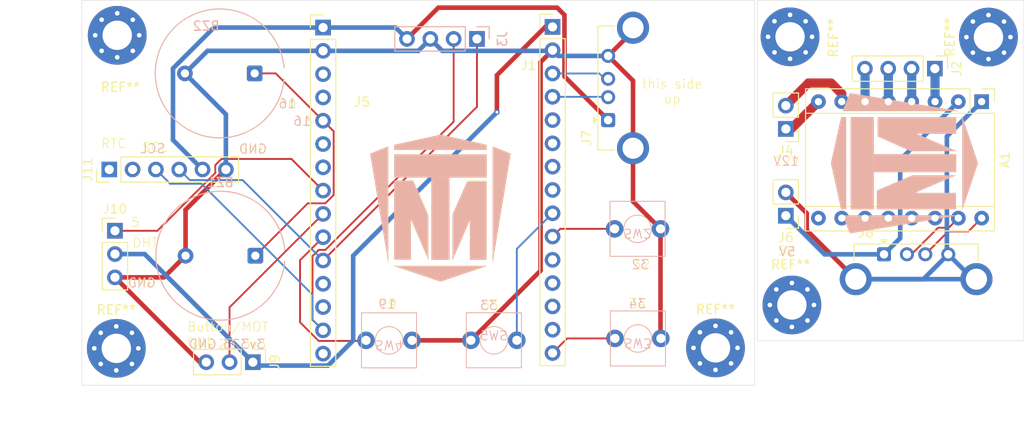
<source format=kicad_pcb>
(kicad_pcb (version 20241229) (generator "pcbnew") (generator_version "9.0")
  (layers (0 "F.Cu" signal) (2 "B.Cu" signal) (13 "F.Paste" user) (15 "B.Paste" user) (5 "F.SilkS" user "F.Silkscreen") (7 "B.SilkS" user "B.Silkscreen") (1 "F.Mask" user) (3 "B.Mask" user) (25 "Edge.Cuts" user))
  (net 0 "")
  (net 2 "Net-(A1-2A)")
  (net 4 "Net-(A1-2B)")
  (net 6 "Net-(A1-1B)")
  (net 8 "Net-(A1-1A)")
  (net 9 "Net-(A1-~{RESET})")
  (net 10 "Net-(A1-DIR)")
  (net 11 "Net-(A1-STEP)")
  (net 12 "BUZ")
  (net 13 "GND")
  (net 15 "+3.3V")
  (net 20 "+5V")
  (net 21 "SCL")
  (net 22 "SDA")
  (net 23 "+12V")
  (net 24 "GND1")
  (net 27 "DIR")
  (net 28 "STEP")
  (net 29 "+5VA")
  (net 30 "GND2")
  (net 31 "B1")
  (net 32 "b2")
  (net 33 "b3")
  (net 34 "b4")
  (net 35 "b5")
  (net 43 "DHT")
  (net 44 "unconnected-(J5-Pin_15-Pad15)")
  (footprint "Connector_USB:USB_A_Connfly_DS1095" (layer "F.Cu") (at 143.81 140.1375)
    (property "Reference" "J8" (at -1.95 -2.35 0) (layer "F.SilkS"))
    (property "Value" "USB_A")
    (fp_line (start -3.26 -1.12) (end -0.3 -1.12) (stroke (width 0.12)) (layer "F.SilkS"))
    (fp_line (start -3.26 0.7) (end -3.26 -1.12) (stroke (width 0.12)) (layer "F.SilkS"))
    (fp_line (start 0.3 -1.12) (end 10.26 -1.12) (stroke (width 0.12)) (layer "F.SilkS"))
    (fp_line (start 10.26 0.7) (end 10.26 -1.12) (stroke (width 0.12)) (layer "F.SilkS"))
    (fp_poly (pts (xy 0 -1.12) (xy -0.34 -1.59) (xy 0.34 -1.59)) (stroke (width 0.12)) (fill yes) (layer "F.SilkS"))
    (pad "1" thru_hole roundrect (at 0 0) (size 1.524 1.524) (drill 0.92) (layers "*.Cu" "*.Mask") (roundrect_rratio 0.1640419948) (net 29 "+5VA"))
    (pad "2" thru_hole circle (at 2.5 0) (size 1.524 1.524) (drill 0.92) (layers "*.Cu" "*.Mask") (net 11 "Net-(A1-STEP)"))
    (pad "3" thru_hole circle (at 4.5 0) (size 1.524 1.524) (drill 0.92) (layers "*.Cu" "*.Mask") (net 10 "Net-(A1-DIR)"))
    (pad "4" thru_hole circle (at 7 0) (size 1.524 1.524) (drill 0.92) (layers "*.Cu" "*.Mask") (net 30 "GND2"))
    (pad "5" thru_hole circle (at -3.07 2.71) (size 3.5 3.5) (drill 2.3) (layers "*.Cu" "*.Mask") (net 30 "GND2"))
    (pad "5" thru_hole circle (at 10.07 2.71) (size 3.5 3.5) (drill 2.3) (layers "*.Cu" "*.Mask") (net 30 "GND2"))
  )
  (footprint "Connector_PinHeader_2.54mm:PinHeader_1x04_P2.54mm_Vertical" (layer "F.Cu") (at 149.35 119.89 -90)
    (property "Reference" "J2" (at 0 -2.38 90) (layer "F.SilkS"))
    (property "Value" "Conn_01x04_Pin")
    (fp_line (start -1.38 9) (end 1.38 9) (stroke (width 0.12)) (layer "F.SilkS"))
    (fp_line (start -1.38 1.27) (end -1.38 9) (stroke (width 0.12)) (layer "F.SilkS"))
    (fp_line (start -1.38 1.27) (end 1.38 1.27) (stroke (width 0.12)) (layer "F.SilkS"))
    (fp_line (start 1.38 1.27) (end 1.38 9) (stroke (width 0.12)) (layer "F.SilkS"))
    (fp_line (start -1.38 0) (end -1.38 -1.38) (stroke (width 0.12)) (layer "F.SilkS"))
    (fp_line (start -1.38 -1.38) (end 0 -1.38) (stroke (width 0.12)) (layer "F.SilkS"))
    (pad "1" thru_hole rect (at 0 0 270) (size 1.7 1.7) (drill 1) (layers "*.Cu" "*.Mask") (net 6 "Net-(A1-1B)"))
    (pad "2" thru_hole circle (at 0 2.54 270) (size 1.7 1.7) (drill 1) (layers "*.Cu" "*.Mask") (net 8 "Net-(A1-1A)"))
    (pad "3" thru_hole circle (at 0 5.08 270) (size 1.7 1.7) (drill 1) (layers "*.Cu" "*.Mask") (net 2 "Net-(A1-2A)"))
    (pad "4" thru_hole circle (at 0 7.62 270) (size 1.7 1.7) (drill 1) (layers "*.Cu" "*.Mask") (net 4 "Net-(A1-2B)"))
  )
  (footprint "Connector_PinHeader_2.54mm:PinHeader_1x15_P2.54mm_Vertical" (layer "F.Cu") (at 107.71 115.34)
    (property "Reference" "J1" (at -2.6 4.18 0) (layer "F.SilkS"))
    (property "Value" "Conn_01x15_Socket")
    (fp_line (start -1.38 -1.38) (end 0 -1.38) (stroke (width 0.12)) (layer "F.SilkS"))
    (fp_line (start -1.38 0) (end -1.38 -1.38) (stroke (width 0.12)) (layer "F.SilkS"))
    (fp_line (start -1.38 1.27) (end -1.38 36.94) (stroke (width 0.12)) (layer "F.SilkS"))
    (fp_line (start -1.38 1.27) (end 1.38 1.27) (stroke (width 0.12)) (layer "F.SilkS"))
    (fp_line (start -1.38 36.94) (end 1.38 36.94) (stroke (width 0.12)) (layer "F.SilkS"))
    (fp_line (start 1.38 1.27) (end 1.38 36.94) (stroke (width 0.12)) (layer "F.SilkS"))
    (pad "1" thru_hole rect (at 0 0) (size 1.7 1.7) (drill 1) (layers "*.Cu" "*.Mask") (net 15 "+3.3V"))
    (pad "2" thru_hole circle (at 0 2.54) (size 1.7 1.7) (drill 1) (layers "*.Cu" "*.Mask") (net 13 "GND"))
    (pad "3" thru_hole circle (at 0 5.08) (size 1.7 1.7) (drill 1) (layers "*.Cu" "*.Mask") (net 28 "STEP"))
    (pad "4" thru_hole circle (at 0 7.62) (size 1.7 1.7) (drill 1) (layers "*.Cu" "*.Mask") (net 27 "DIR"))
    (pad "5" thru_hole circle (at 0 10.16) (size 1.7 1.7) (drill 1) (layers "*.Cu" "*.Mask"))
    (pad "6" thru_hole circle (at 0 12.7) (size 1.7 1.7) (drill 1) (layers "*.Cu" "*.Mask"))
    (pad "7" thru_hole circle (at 0 15.24) (size 1.7 1.7) (drill 1) (layers "*.Cu" "*.Mask"))
    (pad "8" thru_hole circle (at 0 17.78) (size 1.7 1.7) (drill 1) (layers "*.Cu" "*.Mask"))
    (pad "9" thru_hole circle (at 0 20.32) (size 1.7 1.7) (drill 1) (layers "*.Cu" "*.Mask") (net 35 "b5"))
    (pad "10" thru_hole circle (at 0 22.86) (size 1.7 1.7) (drill 1) (layers "*.Cu" "*.Mask") (net 32 "b2"))
    (pad "11" thru_hole circle (at 0 25.4) (size 1.7 1.7) (drill 1) (layers "*.Cu" "*.Mask"))
    (pad "12" thru_hole circle (at 0 27.94) (size 1.7 1.7) (drill 1) (layers "*.Cu" "*.Mask"))
    (pad "13" thru_hole circle (at 0 30.48) (size 1.7 1.7) (drill 1) (layers "*.Cu" "*.Mask"))
    (pad "14" thru_hole circle (at 0 33.02) (size 1.7 1.7) (drill 1) (layers "*.Cu" "*.Mask"))
    (pad "15" thru_hole circle (at 0 35.56) (size 1.7 1.7) (drill 1) (layers "*.Cu" "*.Mask") (net 33 "b3"))
  )
  (footprint "MountingHole:MountingHole_3.2mm_M3_Pad_Via" (layer "F.Cu") (at 125.46 150.34)
    (property "Reference" "REF**" (at 0 -4.2 0) (layer "F.SilkS"))
    (property "Value" "MountingHole_3.2mm_M3_Pad_Via")
    (pad "1" thru_hole circle (at -2.4 0) (size 0.8 0.8) (drill 0.5) (layers "*.Cu" "*.Mask"))
    (pad "1" thru_hole circle (at -1.697056 -1.697056) (size 0.8 0.8) (drill 0.5) (layers "*.Cu" "*.Mask"))
    (pad "1" thru_hole circle (at -1.697056 1.697056) (size 0.8 0.8) (drill 0.5) (layers "*.Cu" "*.Mask"))
    (pad "1" thru_hole circle (at 0 -2.4) (size 0.8 0.8) (drill 0.5) (layers "*.Cu" "*.Mask"))
    (pad "1" thru_hole circle (at 0 0) (size 6.4 6.4) (drill 3.2) (layers "*.Cu" "*.Mask"))
    (pad "1" thru_hole circle (at 0 2.4) (size 0.8 0.8) (drill 0.5) (layers "*.Cu" "*.Mask"))
    (pad "1" thru_hole circle (at 1.697056 -1.697056) (size 0.8 0.8) (drill 0.5) (layers "*.Cu" "*.Mask"))
    (pad "1" thru_hole circle (at 1.697056 1.697056) (size 0.8 0.8) (drill 0.5) (layers "*.Cu" "*.Mask"))
    (pad "1" thru_hole circle (at 2.4 0) (size 0.8 0.8) (drill 0.5) (layers "*.Cu" "*.Mask"))
  )
  (footprint "Connector_PinHeader_2.54mm:PinHeader_1x02_P2.54mm_Vertical" (layer "F.Cu") (at 133.12 126.465 180)
    (property "Reference" "J4" (at 0 -2.38 0) (layer "F.SilkS"))
    (property "Value" "Conn_01x02_Pin")
    (fp_line (start 1.38 1.27) (end 1.38 3.92) (stroke (width 0.12)) (layer "F.SilkS"))
    (fp_line (start -1.38 3.92) (end 1.38 3.92) (stroke (width 0.12)) (layer "F.SilkS"))
    (fp_line (start -1.38 1.27) (end 1.38 1.27) (stroke (width 0.12)) (layer "F.SilkS"))
    (fp_line (start -1.38 1.27) (end -1.38 3.92) (stroke (width 0.12)) (layer "F.SilkS"))
    (fp_line (start -1.38 0) (end -1.38 -1.38) (stroke (width 0.12)) (layer "F.SilkS"))
    (fp_line (start -1.38 -1.38) (end 0 -1.38) (stroke (width 0.12)) (layer "F.SilkS"))
    (pad "1" thru_hole rect (at 0 0 180) (size 1.7 1.7) (drill 1) (layers "*.Cu" "*.Mask") (net 23 "+12V"))
    (pad "2" thru_hole circle (at 0 2.54 180) (size 1.7 1.7) (drill 1) (layers "*.Cu" "*.Mask") (net 24 "GND1"))
  )
  (footprint "MountingHole:MountingHole_3.2mm_M3_Pad_Via" (layer "F.Cu") (at 133.58 116.42 90)
    (property "Reference" "REF**" (at -0.12 4.71 270) (layer "F.SilkS"))
    (property "Value" "MountingHole_3.2mm_M3_Pad_Via")
    (pad "1" thru_hole circle (at -2.4 0 90) (size 0.8 0.8) (drill 0.5) (layers "*.Cu" "*.Mask"))
    (pad "1" thru_hole circle (at -1.697056 -1.697056 90) (size 0.8 0.8) (drill 0.5) (layers "*.Cu" "*.Mask"))
    (pad "1" thru_hole circle (at -1.697056 1.697056 90) (size 0.8 0.8) (drill 0.5) (layers "*.Cu" "*.Mask"))
    (pad "1" thru_hole circle (at 0 -2.4 90) (size 0.8 0.8) (drill 0.5) (layers "*.Cu" "*.Mask"))
    (pad "1" thru_hole circle (at 0 0 90) (size 6.4 6.4) (drill 3.2) (layers "*.Cu" "*.Mask"))
    (pad "1" thru_hole circle (at 0 2.4 90) (size 0.8 0.8) (drill 0.5) (layers "*.Cu" "*.Mask"))
    (pad "1" thru_hole circle (at 1.697056 -1.697056 90) (size 0.8 0.8) (drill 0.5) (layers "*.Cu" "*.Mask"))
    (pad "1" thru_hole circle (at 1.697056 1.697056 90) (size 0.8 0.8) (drill 0.5) (layers "*.Cu" "*.Mask"))
    (pad "1" thru_hole circle (at 2.4 0 90) (size 0.8 0.8) (drill 0.5) (layers "*.Cu" "*.Mask"))
  )
  (footprint "Connector_PinHeader_2.54mm:PinHeader_1x06_P2.54mm_Vertical" (layer "F.Cu") (at 59.43 130.89 90)
    (property "Reference" "J11" (at 0 -2.38 90) (layer "F.SilkS"))
    (property "Value" "Conn_01x06_Pin")
    (fp_line (start -1.38 -1.38) (end 0 -1.38) (stroke (width 0.12)) (layer "F.SilkS"))
    (fp_line (start -1.38 0) (end -1.38 -1.38) (stroke (width 0.12)) (layer "F.SilkS"))
    (fp_line (start 1.38 1.27) (end 1.38 14.08) (stroke (width 0.12)) (layer "F.SilkS"))
    (fp_line (start -1.38 1.27) (end 1.38 1.27) (stroke (width 0.12)) (layer "F.SilkS"))
    (fp_line (start -1.38 1.27) (end -1.38 14.08) (stroke (width 0.12)) (layer "F.SilkS"))
    (fp_line (start -1.38 14.08) (end 1.38 14.08) (stroke (width 0.12)) (layer "F.SilkS"))
    (pad "1" thru_hole rect (at 0 0 90) (size 1.7 1.7) (drill 1) (layers "*.Cu" "*.Mask"))
    (pad "2" thru_hole circle (at 0 2.54 90) (size 1.7 1.7) (drill 1) (layers "*.Cu" "*.Mask"))
    (pad "3" thru_hole circle (at 0 5.08 90) (size 1.7 1.7) (drill 1) (layers "*.Cu" "*.Mask") (net 21 "SCL"))
    (pad "4" thru_hole circle (at 0 7.62 90) (size 1.7 1.7) (drill 1) (layers "*.Cu" "*.Mask") (net 22 "SDA"))
    (pad "5" thru_hole circle (at 0 10.16 90) (size 1.7 1.7) (drill 1) (layers "*.Cu" "*.Mask") (net 20 "+5V"))
    (pad "6" thru_hole circle (at 0 12.7 90) (size 1.7 1.7) (drill 1) (layers "*.Cu" "*.Mask") (net 13 "GND"))
  )
  (footprint "MountingHole:MountingHole_3.2mm_M3_Pad_Via" (layer "F.Cu") (at 60.297056 116.252944)
    (property "Reference" "REF**" (at 0.342944 5.657056 0) (layer "F.SilkS"))
    (property "Value" "MountingHole_3.2mm_M3_Pad_Via")
    (pad "1" thru_hole circle (at -2.4 0) (size 0.8 0.8) (drill 0.5) (layers "*.Cu" "*.Mask"))
    (pad "1" thru_hole circle (at -1.697056 -1.697056) (size 0.8 0.8) (drill 0.5) (layers "*.Cu" "*.Mask"))
    (pad "1" thru_hole circle (at -1.697056 1.697056) (size 0.8 0.8) (drill 0.5) (layers "*.Cu" "*.Mask"))
    (pad "1" thru_hole circle (at 0 -2.4) (size 0.8 0.8) (drill 0.5) (layers "*.Cu" "*.Mask"))
    (pad "1" thru_hole circle (at 0 0) (size 6.4 6.4) (drill 3.2) (layers "*.Cu" "*.Mask"))
    (pad "1" thru_hole circle (at 0 2.4) (size 0.8 0.8) (drill 0.5) (layers "*.Cu" "*.Mask"))
    (pad "1" thru_hole circle (at 1.697056 -1.697056) (size 0.8 0.8) (drill 0.5) (layers "*.Cu" "*.Mask"))
    (pad "1" thru_hole circle (at 1.697056 1.697056) (size 0.8 0.8) (drill 0.5) (layers "*.Cu" "*.Mask"))
    (pad "1" thru_hole circle (at 2.4 0) (size 0.8 0.8) (drill 0.5) (layers "*.Cu" "*.Mask"))
  )
  (footprint "Connector_PinHeader_2.54mm:PinHeader_1x03_P2.54mm_Vertical" (layer "F.Cu") (at 75.07 151.9 -90)
    (property "Reference" "J9" (at 0 -2.38 90) (layer "F.SilkS"))
    (property "Value" "Conn_01x03_Pin")
    (fp_line (start -1.38 6.46) (end 1.38 6.46) (stroke (width 0.12)) (layer "F.SilkS"))
    (fp_line (start -1.38 1.27) (end -1.38 6.46) (stroke (width 0.12)) (layer "F.SilkS"))
    (fp_line (start -1.38 1.27) (end 1.38 1.27) (stroke (width 0.12)) (layer "F.SilkS"))
    (fp_line (start 1.38 1.27) (end 1.38 6.46) (stroke (width 0.12)) (layer "F.SilkS"))
    (fp_line (start -1.38 0) (end -1.38 -1.38) (stroke (width 0.12)) (layer "F.SilkS"))
    (fp_line (start -1.38 -1.38) (end 0 -1.38) (stroke (width 0.12)) (layer "F.SilkS"))
    (pad "1" thru_hole rect (at 0 0 270) (size 1.7 1.7) (drill 1) (layers "*.Cu" "*.Mask") (net 15 "+3.3V"))
    (pad "2" thru_hole circle (at 0 2.54 270) (size 1.7 1.7) (drill 1) (layers "*.Cu" "*.Mask") (net 31 "B1"))
    (pad "3" thru_hole circle (at 0 5.08 270) (size 1.7 1.7) (drill 1) (layers "*.Cu" "*.Mask") (net 13 "GND"))
  )
  (footprint "Connector_PinHeader_2.54mm:PinHeader_1x03_P2.54mm_Vertical" (layer "F.Cu") (at 60.05 137.57)
    (property "Reference" "J10" (at 0 -2.38 0) (layer "F.SilkS"))
    (property "Value" "Conn_01x03_Pin")
    (fp_line (start -1.38 -1.38) (end 0 -1.38) (stroke (width 0.12)) (layer "F.SilkS"))
    (fp_line (start -1.38 0) (end -1.38 -1.38) (stroke (width 0.12)) (layer "F.SilkS"))
    (fp_line (start -1.38 1.27) (end -1.38 6.46) (stroke (width 0.12)) (layer "F.SilkS"))
    (fp_line (start -1.38 1.27) (end 1.38 1.27) (stroke (width 0.12)) (layer "F.SilkS"))
    (fp_line (start -1.38 6.46) (end 1.38 6.46) (stroke (width 0.12)) (layer "F.SilkS"))
    (fp_line (start 1.38 1.27) (end 1.38 6.46) (stroke (width 0.12)) (layer "F.SilkS"))
    (pad "1" thru_hole rect (at 0 0) (size 1.7 1.7) (drill 1) (layers "*.Cu" "*.Mask") (net 43 "DHT"))
    (pad "2" thru_hole circle (at 0 2.54) (size 1.7 1.7) (drill 1) (layers "*.Cu" "*.Mask") (net 15 "+3.3V"))
    (pad "3" thru_hole circle (at 0 5.08) (size 1.7 1.7) (drill 1) (layers "*.Cu" "*.Mask") (net 13 "GND"))
  )
  (footprint "Module:Pololu_Breakout-16_15.2x20.3mm" (layer "F.Cu") (at 154.45 123.49 -90)
    (property "Reference" "A1" (at 6.35 -2.54 90) (layer "F.SilkS"))
    (property "Value" "Pololu_Breakout_A4988")
    (fp_line (start -1.4 19.18) (end 14.1 19.18) (stroke (width 0.12)) (layer "F.SilkS"))
    (fp_line (start 14.1 19.18) (end 14.1 -1.4) (stroke (width 0.12)) (layer "F.SilkS"))
    (fp_line (start -1.4 1.27) (end -1.4 19.18) (stroke (width 0.12)) (layer "F.SilkS"))
    (fp_line (start 1.27 1.27) (end 1.27 19.18) (stroke (width 0.12)) (layer "F.SilkS"))
    (fp_line (start 1.27 1.27) (end -1.4 1.27) (stroke (width 0.12)) (layer "F.SilkS"))
    (fp_line (start -1.4 -1.4) (end -1.4 0) (stroke (width 0.12)) (layer "F.SilkS"))
    (fp_line (start 0 -1.4) (end -1.4 -1.4) (stroke (width 0.12)) (layer "F.SilkS"))
    (fp_line (start 1.27 -1.4) (end 1.27 1.27) (stroke (width 0.12)) (layer "F.SilkS"))
    (fp_line (start 11.43 -1.4) (end 11.43 19.18) (stroke (width 0.12)) (layer "F.SilkS"))
    (fp_line (start 14.1 -1.4) (end 1.27 -1.4) (stroke (width 0.12)) (layer "F.SilkS"))
    (pad "1" thru_hole rect (at 0 0 270) (size 1.6 1.6) (drill 0.8) (layers "*.Cu" "*.Mask") (net 30 "GND2"))
    (pad "2" thru_hole oval (at 0 2.54 270) (size 1.6 1.6) (drill 0.8) (layers "*.Cu" "*.Mask") (net 29 "+5VA"))
    (pad "3" thru_hole oval (at 0 5.08 270) (size 1.6 1.6) (drill 0.8) (layers "*.Cu" "*.Mask") (net 6 "Net-(A1-1B)"))
    (pad "4" thru_hole oval (at 0 7.62 270) (size 1.6 1.6) (drill 0.8) (layers "*.Cu" "*.Mask") (net 8 "Net-(A1-1A)"))
    (pad "5" thru_hole oval (at 0 10.16 270) (size 1.6 1.6) (drill 0.8) (layers "*.Cu" "*.Mask") (net 2 "Net-(A1-2A)"))
    (pad "6" thru_hole oval (at 0 12.7 270) (size 1.6 1.6) (drill 0.8) (layers "*.Cu" "*.Mask") (net 4 "Net-(A1-2B)"))
    (pad "7" thru_hole oval (at 0 15.24 270) (size 1.6 1.6) (drill 0.8) (layers "*.Cu" "*.Mask") (net 24 "GND1"))
    (pad "8" thru_hole oval (at 0 17.78 270) (size 1.6 1.6) (drill 0.8) (layers "*.Cu" "*.Mask") (net 23 "+12V"))
    (pad "9" thru_hole oval (at 12.7 17.78 270) (size 1.6 1.6) (drill 0.8) (layers "*.Cu" "*.Mask"))
    (pad "10" thru_hole oval (at 12.7 15.24 270) (size 1.6 1.6) (drill 0.8) (layers "*.Cu" "*.Mask"))
    (pad "11" thru_hole oval (at 12.7 12.7 270) (size 1.6 1.6) (drill 0.8) (layers "*.Cu" "*.Mask"))
    (pad "12" thru_hole oval (at 12.7 10.16 270) (size 1.6 1.6) (drill 0.8) (layers "*.Cu" "*.Mask"))
    (pad "13" thru_hole oval (at 12.7 7.62 270) (size 1.6 1.6) (drill 0.8) (layers "*.Cu" "*.Mask") (net 9 "Net-(A1-~{RESET})"))
    (pad "14" thru_hole oval (at 12.7 5.08 270) (size 1.6 1.6) (drill 0.8) (layers "*.Cu" "*.Mask") (net 9 "Net-(A1-~{RESET})"))
    (pad "15" thru_hole oval (at 12.7 2.54 270) (size 1.6 1.6) (drill 0.8) (layers "*.Cu" "*.Mask") (net 11 "Net-(A1-STEP)"))
    (pad "16" thru_hole oval (at 12.7 0 270) (size 1.6 1.6) (drill 0.8) (layers "*.Cu" "*.Mask") (net 10 "Net-(A1-DIR)"))
  )
  (footprint "Connector_PinHeader_2.54mm:PinHeader_1x02_P2.54mm_Vertical" (layer "F.Cu") (at 133.12 135.925 180)
    (property "Reference" "J6" (at 0 -2.38 0) (layer "F.SilkS"))
    (property "Value" "Conn_01x02_Pin")
    (fp_line (start 1.38 1.27) (end 1.38 3.92) (stroke (width 0.12)) (layer "F.SilkS"))
    (fp_line (start -1.38 3.92) (end 1.38 3.92) (stroke (width 0.12)) (layer "F.SilkS"))
    (fp_line (start -1.38 1.27) (end 1.38 1.27) (stroke (width 0.12)) (layer "F.SilkS"))
    (fp_line (start -1.38 1.27) (end -1.38 3.92) (stroke (width 0.12)) (layer "F.SilkS"))
    (fp_line (start -1.38 0) (end -1.38 -1.38) (stroke (width 0.12)) (layer "F.SilkS"))
    (fp_line (start -1.38 -1.38) (end 0 -1.38) (stroke (width 0.12)) (layer "F.SilkS"))
    (pad "1" thru_hole rect (at 0 0 180) (size 1.7 1.7) (drill 1) (layers "*.Cu" "*.Mask") (net 29 "+5VA"))
    (pad "2" thru_hole circle (at 0 2.54 180) (size 1.7 1.7) (drill 1) (layers "*.Cu" "*.Mask") (net 30 "GND2"))
  )
  (footprint "Connector_PinHeader_2.54mm:PinHeader_1x15_P2.54mm_Vertical" (layer "F.Cu") (at 82.72 115.41)
    (property "Reference" "J5" (at 4.24 8.11 0) (layer "F.SilkS"))
    (property "Value" "Conn_01x15_Socket")
    (fp_line (start -1.38 -1.38) (end 0 -1.38) (stroke (width 0.12)) (layer "F.SilkS"))
    (fp_line (start -1.38 0) (end -1.38 -1.38) (stroke (width 0.12)) (layer "F.SilkS"))
    (fp_line (start -1.38 1.27) (end -1.38 36.94) (stroke (width 0.12)) (layer "F.SilkS"))
    (fp_line (start -1.38 1.27) (end 1.38 1.27) (stroke (width 0.12)) (layer "F.SilkS"))
    (fp_line (start -1.38 36.94) (end 1.38 36.94) (stroke (width 0.12)) (layer "F.SilkS"))
    (fp_line (start 1.38 1.27) (end 1.38 36.94) (stroke (width 0.12)) (layer "F.SilkS"))
    (pad "1" thru_hole rect (at 0 0) (size 1.7 1.7) (drill 1) (layers "*.Cu" "*.Mask") (net 20 "+5V"))
    (pad "2" thru_hole circle (at 0 2.54) (size 1.7 1.7) (drill 1) (layers "*.Cu" "*.Mask") (net 13 "GND"))
    (pad "3" thru_hole circle (at 0 5.08) (size 1.7 1.7) (drill 1) (layers "*.Cu" "*.Mask"))
    (pad "4" thru_hole circle (at 0 7.62) (size 1.7 1.7) (drill 1) (layers "*.Cu" "*.Mask"))
    (pad "5" thru_hole circle (at 0 10.16) (size 1.7 1.7) (drill 1) (layers "*.Cu" "*.Mask") (net 12 "BUZ"))
    (pad "6" thru_hole circle (at 0 12.7) (size 1.7 1.7) (drill 1) (layers "*.Cu" "*.Mask"))
    (pad "7" thru_hole circle (at 0 15.24) (size 1.7 1.7) (drill 1) (layers "*.Cu" "*.Mask"))
    (pad "8" thru_hole circle (at 0 17.78) (size 1.7 1.7) (drill 1) (layers "*.Cu" "*.Mask") (net 43 "DHT"))
    (pad "9" thru_hole circle (at 0 20.32) (size 1.7 1.7) (drill 1) (layers "*.Cu" "*.Mask") (net 31 "B1"))
    (pad "10" thru_hole circle (at 0 22.86) (size 1.7 1.7) (drill 1) (layers "*.Cu" "*.Mask") (net 34 "b4"))
    (pad "11" thru_hole circle (at 0 25.4) (size 1.7 1.7) (drill 1) (layers "*.Cu" "*.Mask") (net 22 "SDA"))
    (pad "12" thru_hole circle (at 0 27.94) (size 1.7 1.7) (drill 1) (layers "*.Cu" "*.Mask"))
    (pad "13" thru_hole circle (at 0 30.48) (size 1.7 1.7) (drill 1) (layers "*.Cu" "*.Mask"))
    (pad "14" thru_hole circle (at 0 33.02) (size 1.7 1.7) (drill 1) (layers "*.Cu" "*.Mask") (net 21 "SCL"))
    (pad "15" thru_hole circle (at 0 35.56) (size 1.7 1.7) (drill 1) (layers "*.Cu" "*.Mask") (net 44 "unconnected-(J5-Pin_15-Pad15)"))
  )
  (footprint "MountingHole:MountingHole_3.2mm_M3_Pad_Via" (layer "F.Cu") (at 60.197056 150.392944)
    (property "Reference" "REF**" (at 0 -4.2 0) (layer "F.SilkS"))
    (property "Value" "MountingHole_3.2mm_M3_Pad_Via")
    (pad "1" thru_hole circle (at -2.4 0) (size 0.8 0.8) (drill 0.5) (layers "*.Cu" "*.Mask"))
    (pad "1" thru_hole circle (at -1.697056 -1.697056) (size 0.8 0.8) (drill 0.5) (layers "*.Cu" "*.Mask"))
    (pad "1" thru_hole circle (at -1.697056 1.697056) (size 0.8 0.8) (drill 0.5) (layers "*.Cu" "*.Mask"))
    (pad "1" thru_hole circle (at 0 -2.4) (size 0.8 0.8) (drill 0.5) (layers "*.Cu" "*.Mask"))
    (pad "1" thru_hole circle (at 0 0) (size 6.4 6.4) (drill 3.2) (layers "*.Cu" "*.Mask"))
    (pad "1" thru_hole circle (at 0 2.4) (size 0.8 0.8) (drill 0.5) (layers "*.Cu" "*.Mask"))
    (pad "1" thru_hole circle (at 1.697056 -1.697056) (size 0.8 0.8) (drill 0.5) (layers "*.Cu" "*.Mask"))
    (pad "1" thru_hole circle (at 1.697056 1.697056) (size 0.8 0.8) (drill 0.5) (layers "*.Cu" "*.Mask"))
    (pad "1" thru_hole circle (at 2.4 0) (size 0.8 0.8) (drill 0.5) (layers "*.Cu" "*.Mask"))
  )
  (footprint "Connector_USB:USB_A_Connfly_DS1095" (layer "F.Cu") (at 113.7675 125.5 90)
    (property "Reference" "J7" (at -1.95 -2.35 90) (layer "F.SilkS"))
    (property "Value" "USB_A")
    (fp_line (start 0.3 -1.12) (end 10.26 -1.12) (stroke (width 0.12)) (layer "F.SilkS"))
    (fp_line (start -3.26 -1.12) (end -0.3 -1.12) (stroke (width 0.12)) (layer "F.SilkS"))
    (fp_line (start 10.26 0.7) (end 10.26 -1.12) (stroke (width 0.12)) (layer "F.SilkS"))
    (fp_line (start -3.26 0.7) (end -3.26 -1.12) (stroke (width 0.12)) (layer "F.SilkS"))
    (fp_poly (pts (xy 0 -1.12) (xy -0.34 -1.59) (xy 0.34 -1.59)) (stroke (width 0.12)) (fill yes) (layer "F.SilkS"))
    (pad "1" thru_hole roundrect (at 0 0 90) (size 1.524 1.524) (drill 0.92) (layers "*.Cu" "*.Mask") (roundrect_rratio 0.1640419948) (net 20 "+5V"))
    (pad "2" thru_hole circle (at 2.5 0 90) (size 1.524 1.524) (drill 0.92) (layers "*.Cu" "*.Mask") (net 27 "DIR"))
    (pad "3" thru_hole circle (at 4.5 0 90) (size 1.524 1.524) (drill 0.92) (layers "*.Cu" "*.Mask") (net 28 "STEP"))
    (pad "4" thru_hole circle (at 7 0 90) (size 1.524 1.524) (drill 0.92) (layers "*.Cu" "*.Mask") (net 13 "GND"))
    (pad "5" thru_hole circle (at -3.07 2.71 90) (size 3.5 3.5) (drill 2.3) (layers "*.Cu" "*.Mask") (net 13 "GND"))
    (pad "5" thru_hole circle (at 10.07 2.71 90) (size 3.5 3.5) (drill 2.3) (layers "*.Cu" "*.Mask") (net 13 "GND"))
  )
  (footprint "MountingHole:MountingHole_3.2mm_M3_Pad_Via" (layer "F.Cu") (at 133.78 145.66 90)
    (property "Reference" "REF**" (at 4.41 -0.14 180) (layer "F.SilkS"))
    (property "Value" "MountingHole_3.2mm_M3_Pad_Via")
    (pad "1" thru_hole circle (at -2.4 0 90) (size 0.8 0.8) (drill 0.5) (layers "*.Cu" "*.Mask"))
    (pad "1" thru_hole circle (at -1.697056 -1.697056 90) (size 0.8 0.8) (drill 0.5) (layers "*.Cu" "*.Mask"))
    (pad "1" thru_hole circle (at -1.697056 1.697056 90) (size 0.8 0.8) (drill 0.5) (layers "*.Cu" "*.Mask"))
    (pad "1" thru_hole circle (at 0 -2.4 90) (size 0.8 0.8) (drill 0.5) (layers "*.Cu" "*.Mask"))
    (pad "1" thru_hole circle (at 0 0 90) (size 6.4 6.4) (drill 3.2) (layers "*.Cu" "*.Mask"))
    (pad "1" thru_hole circle (at 0 2.4 90) (size 0.8 0.8) (drill 0.5) (layers "*.Cu" "*.Mask"))
    (pad "1" thru_hole circle (at 1.697056 -1.697056 90) (size 0.8 0.8) (drill 0.5) (layers "*.Cu" "*.Mask"))
    (pad "1" thru_hole circle (at 1.697056 1.697056 90) (size 0.8 0.8) (drill 0.5) (layers "*.Cu" "*.Mask"))
    (pad "1" thru_hole circle (at 2.4 0 90) (size 0.8 0.8) (drill 0.5) (layers "*.Cu" "*.Mask"))
  )
  (footprint "MountingHole:MountingHole_3.2mm_M3_Pad_Via" (layer "F.Cu") (at 155.19 116.45 90)
    (property "Reference" "REF**" (at 0 -4.2 90) (layer "F.SilkS"))
    (property "Value" "MountingHole_3.2mm_M3_Pad_Via")
    (pad "1" thru_hole circle (at -2.4 0 90) (size 0.8 0.8) (drill 0.5) (layers "*.Cu" "*.Mask"))
    (pad "1" thru_hole circle (at -1.697056 -1.697056 90) (size 0.8 0.8) (drill 0.5) (layers "*.Cu" "*.Mask"))
    (pad "1" thru_hole circle (at -1.697056 1.697056 90) (size 0.8 0.8) (drill 0.5) (layers "*.Cu" "*.Mask"))
    (pad "1" thru_hole circle (at 0 -2.4 90) (size 0.8 0.8) (drill 0.5) (layers "*.Cu" "*.Mask"))
    (pad "1" thru_hole circle (at 0 0 90) (size 6.4 6.4) (drill 3.2) (layers "*.Cu" "*.Mask"))
    (pad "1" thru_hole circle (at 0 2.4 90) (size 0.8 0.8) (drill 0.5) (layers "*.Cu" "*.Mask"))
    (pad "1" thru_hole circle (at 1.697056 -1.697056 90) (size 0.8 0.8) (drill 0.5) (layers "*.Cu" "*.Mask"))
    (pad "1" thru_hole circle (at 1.697056 1.697056 90) (size 0.8 0.8) (drill 0.5) (layers "*.Cu" "*.Mask"))
    (pad "1" thru_hole circle (at 2.4 0 90) (size 0.8 0.8) (drill 0.5) (layers "*.Cu" "*.Mask"))
  )
  (footprint "Connector_PinSocket_2.54mm:PinSocket_1x04_P2.54mm_Vertical" (layer "B.Cu") (at 99.48 116.65 90)
    (property "Reference" "J3" (at 0 2.77 90) (layer "B.SilkS") (effects (justify mirror)))
    (property "Value" "Conn_01x04_Socket")
    (fp_line (start -1.33 -8.95) (end 1.33 -8.95) (stroke (width 0.12)) (layer "B.SilkS"))
    (fp_line (start 1.33 -1.27) (end 1.33 -8.95) (stroke (width 0.12)) (layer "B.SilkS"))
    (fp_line (start -1.33 -1.27) (end -1.33 -8.95) (stroke (width 0.12)) (layer "B.SilkS"))
    (fp_line (start -1.33 -1.27) (end 1.33 -1.27) (stroke (width 0.12)) (layer "B.SilkS"))
    (fp_line (start 1.33 1.33) (end 1.33 0) (stroke (width 0.12)) (layer "B.SilkS"))
    (fp_line (start 0 1.33) (end 1.33 1.33) (stroke (width 0.12)) (layer "B.SilkS"))
    (pad "1" thru_hole rect (at 0 0 90) (size 1.7 1.7) (drill 1) (layers "*.Cu" "*.Mask") (net 22 "SDA"))
    (pad "2" thru_hole circle (at 0 -2.54 90) (size 1.7 1.7) (drill 1) (layers "*.Cu" "*.Mask") (net 21 "SCL"))
    (pad "3" thru_hole circle (at 0 -5.08 90) (size 1.7 1.7) (drill 1) (layers "*.Cu" "*.Mask") (net 13 "GND"))
    (pad "4" thru_hole circle (at 0 -7.62 90) (size 1.7 1.7) (drill 1) (layers "*.Cu" "*.Mask") (net 20 "+5V"))
  )
  (footprint "Buzzer_Beeper:Indicator_PUI_AI-1440-TWT-24V-2-R" (layer "B.Cu") (at 75.34 140.29 180)
    (property "Reference" "BZ1" (at 3.8 8 0) (layer "B.SilkS") (effects (justify mirror)))
    (property "Value" "Buzzer")
    (fp_arc (start -3.200448 -0.60988) (mid 10.826964 -0.00257) (end -3.2 0.615) (stroke (width 0.12)) (layer "B.SilkS"))
    (pad "1" thru_hole roundrect (at 0 0 180) (size 1.7 1.7) (drill 0.9) (layers "*.Cu" "*.Mask") (roundrect_rratio 0.147) (net 12 "BUZ"))
    (pad "2" thru_hole circle (at 7.6 0 180) (size 1.7 1.7) (drill 0.9) (layers "*.Cu" "*.Mask") (net 13 "GND"))
  )
  (footprint "Taranium-libs:Button-6mm-2pin-tht" (layer "B.Cu") (at 89.9 149.52)
    (property "Reference" "SW4" (at 0 0.5 180) (layer "B.SilkS") (effects (font (thickness 0.1)) (justify mirror)))
    (property "Value" "SW_Push")
    (fp_rect (start -3 3) (end 3 -3) (stroke (width 0.1)) (fill no) (layer "B.SilkS"))
    (fp_circle (center 0 0) (end -1.5 0) (stroke (width 0.1)) (fill no) (layer "B.SilkS"))
    (pad "1" thru_hole circle (at 2.5 0) (size 1.905 1.905) (drill 1) (layers "*.Cu" "B.Mask" "B.Paste") (net 13 "GND"))
    (pad "2" thru_hole circle (at -2.5 0) (size 1.905 1.905) (drill 1) (layers "*.Cu" "B.Mask" "B.Paste") (net 34 "b4"))
  )
  (footprint "Taranium-libs:Button-6mm-2pin-tht" (layer "B.Cu") (at 101.32 149.51 180)
    (property "Reference" "SW5" (at 0 0.5 0) (layer "B.SilkS") (effects (font (thickness 0.1)) (justify mirror)))
    (property "Value" "SW_Push")
    (fp_rect (start -3 3) (end 3 -3) (stroke (width 0.1)) (fill no) (layer "B.SilkS"))
    (fp_circle (center 0 0) (end -1.5 0) (stroke (width 0.1)) (fill no) (layer "B.SilkS"))
    (pad "1" thru_hole circle (at 2.5 0 180) (size 1.905 1.905) (drill 1) (layers "*.Cu" "B.Mask" "B.Paste") (net 13 "GND"))
    (pad "2" thru_hole circle (at -2.5 0 180) (size 1.905 1.905) (drill 1) (layers "*.Cu" "B.Mask" "B.Paste") (net 35 "b5"))
  )
  (footprint "Taranium-libs:Button-6mm-2pin-tht" (layer "B.Cu") (at 116.97 137.36)
    (property "Reference" "SW2" (at 0 0.5 180) (layer "B.SilkS") (effects (font (thickness 0.1)) (justify mirror)))
    (property "Value" "SW_Push")
    (fp_rect (start -3 3) (end 3 -3) (stroke (width 0.1)) (fill no) (layer "B.SilkS"))
    (fp_circle (center 0 0) (end -1.5 0) (stroke (width 0.1)) (fill no) (layer "B.SilkS"))
    (pad "1" thru_hole circle (at 2.5 0) (size 1.905 1.905) (drill 1) (layers "*.Cu" "B.Mask" "B.Paste") (net 13 "GND"))
    (pad "2" thru_hole circle (at -2.5 0) (size 1.905 1.905) (drill 1) (layers "*.Cu" "B.Mask" "B.Paste") (net 32 "b2"))
  )
  (footprint "Taranium-libs:Button-6mm-2pin-tht" (layer "B.Cu") (at 117.01 149.31)
    (property "Reference" "SW3" (at 0 0.5 180) (layer "B.SilkS") (effects (font (thickness 0.1)) (justify mirror)))
    (property "Value" "SW_Push")
    (fp_rect (start -3 3) (end 3 -3) (stroke (width 0.1)) (fill no) (layer "B.SilkS"))
    (fp_circle (center 0 0) (end -1.5 0) (stroke (width 0.1)) (fill no) (layer "B.SilkS"))
    (pad "1" thru_hole circle (at 2.5 0) (size 1.905 1.905) (drill 1) (layers "*.Cu" "B.Mask" "B.Paste") (net 13 "GND"))
    (pad "2" thru_hole circle (at -2.5 0) (size 1.905 1.905) (drill 1) (layers "*.Cu" "B.Mask" "B.Paste") (net 33 "b3"))
  )
  (footprint "Buzzer_Beeper:Indicator_PUI_AI-1440-TWT-24V-2-R" (layer "B.Cu") (at 75.27 120.41 180)
    (property "Reference" "BZ2" (at 5.28 5.17 0) (layer "B.SilkS") (effects (justify mirror)))
    (property "Value" "Buzzer")
    (fp_arc (start -3.200448 -0.60988) (mid 10.826964 -0.00257) (end -3.2 0.615) (stroke (width 0.12)) (layer "B.SilkS"))
    (pad "1" thru_hole roundrect (at 0 0 180) (size 1.7 1.7) (drill 0.9) (layers "*.Cu" "*.Mask") (roundrect_rratio 0.147) (net 12 "BUZ"))
    (pad "2" thru_hole circle (at 7.6 0 180) (size 1.7 1.7) (drill 0.9) (layers "*.Cu" "*.Mask") (net 13 "GND"))
  )
  (gr_poly (pts (xy 92.298295 140.742867) (xy 90.476956 140.742867) (xy 90.476956 132.166874) (xy 92.298295 132.166874)) (fill yes) (layer "F.SilkS"))
  (gr_poly (pts (xy 100.542501 128.194354) (xy 100.542501 128.75375) (xy 90.461875 128.75375) (xy 90.461875 128.194354) (xy 95.502188 127.086875)) (fill yes) (layer "F.SilkS"))
  (gr_poly (pts (xy 94.192501 135.771849) (xy 94.192501 140.81875) (xy 90.461875 132.17609) (xy 92.589681 132.17609)) (fill yes) (layer "F.SilkS"))
  (gr_poly (pts (xy 96.811875 140.739375) (xy 96.811875 135.965444) (xy 98.471924 132.087499) (xy 100.532181 132.087499)) (fill yes) (layer "F.SilkS"))
  (gr_poly (pts (xy 89.826875 141.136249) (xy 87.842501 129.151029) (xy 89.826875 128.356875)) (fill yes) (layer "F.SilkS"))
  (gr_poly (pts (xy 103.161875 129.151029) (xy 101.177499 141.136249) (xy 101.177499 128.356875)) (fill yes) (layer "F.SilkS"))
  (gr_poly (pts (xy 95.502188 143.120623) (xy 90.380992 141.394218) (xy 100.623383 141.394218)) (fill yes) (layer "F.SilkS"))
  (gr_poly (pts (xy 100.542501 140.713894) (xy 98.726241 140.713894) (xy 98.726241 132.128743) (xy 100.542501 132.128743)) (fill yes) (layer "F.SilkS"))
  (gr_poly (pts (xy 100.542501 131.77) (xy 90.461875 131.77) (xy 90.461875 129.23) (xy 100.542501 129.23)) (fill yes) (layer "F.SilkS"))
  (gr_poly (pts (xy 96.494376 140.739375) (xy 94.51 140.739375) (xy 94.51 131.77) (xy 96.494376 131.77)) (fill yes) (layer "F.SilkS"))
  (gr_poly (pts (xy 151.679375 131.194376) (xy 151.679375 129.21) (xy 142.71 129.21) (xy 142.71 131.194376)) (fill yes) (layer "B.SilkS"))
  (gr_poly (pts (xy 90.461875 128.194354) (xy 90.461875 128.75375) (xy 100.542501 128.75375) (xy 100.542501 128.194354) (xy 95.502188 127.086875)) (fill yes) (layer "B.SilkS"))
  (gr_poly (pts (xy 151.679375 131.511875) (xy 146.905444 131.511875) (xy 143.027499 133.171924) (xy 143.027499 135.232181)) (fill yes) (layer "B.SilkS"))
  (gr_poly (pts (xy 152.076249 124.526875) (xy 140.091029 122.542501) (xy 139.296875 124.526875)) (fill yes) (layer "B.SilkS"))
  (gr_poly (pts (xy 154.060623 130.202188) (xy 152.334218 125.080992) (xy 152.334218 135.323383)) (fill yes) (layer "B.SilkS"))
  (gr_poly (pts (xy 139.134354 135.242501) (xy 139.69375 135.242501) (xy 139.69375 125.161875) (xy 139.134354 125.161875) (xy 138.026875 130.202188)) (fill yes) (layer "B.SilkS"))
  (gr_poly (pts (xy 95.502188 143.120623) (xy 100.623384 141.394218) (xy 90.380993 141.394218)) (fill yes) (layer "B.SilkS"))
  (gr_poly (pts (xy 96.811875 135.771849) (xy 96.811875 140.81875) (xy 100.542501 132.17609) (xy 98.414695 132.17609)) (fill yes) (layer "B.SilkS"))
  (gr_poly (pts (xy 90.461875 131.77) (xy 100.542501 131.77) (xy 100.542501 129.23) (xy 90.461875 129.23)) (fill yes) (layer "B.SilkS"))
  (gr_poly (pts (xy 146.711849 128.892501) (xy 151.75875 128.892501) (xy 143.11609 125.161875) (xy 143.11609 127.289681)) (fill yes) (layer "B.SilkS"))
  (gr_poly (pts (xy 90.461875 140.713894) (xy 92.278135 140.713894) (xy 92.278135 132.128743) (xy 90.461875 132.128743)) (fill yes) (layer "B.SilkS"))
  (gr_poly (pts (xy 87.842501 129.151029) (xy 89.826877 141.136249) (xy 89.826877 128.356875)) (fill yes) (layer "B.SilkS"))
  (gr_poly (pts (xy 98.706081 140.742867) (xy 100.52742 140.742867) (xy 100.52742 132.166874) (xy 98.706081 132.166874)) (fill yes) (layer "B.SilkS"))
  (gr_poly (pts (xy 151.653894 135.242501) (xy 151.653894 133.426241) (xy 143.068743 133.426241) (xy 143.068743 135.242501)) (fill yes) (layer "B.SilkS"))
  (gr_poly (pts (xy 94.51 140.739375) (xy 96.494376 140.739375) (xy 96.494376 131.77) (xy 94.51 131.77)) (fill yes) (layer "B.SilkS"))
  (gr_poly (pts (xy 142.71 135.242501) (xy 142.71 125.161875) (xy 140.17 125.161875) (xy 140.17 135.242501)) (fill yes) (layer "B.SilkS"))
  (gr_poly (pts (xy 151.682867 126.998295) (xy 151.682867 125.176956) (xy 143.106874 125.176956) (xy 143.106874 126.998295)) (fill yes) (layer "B.SilkS"))
  (gr_poly (pts (xy 140.091029 137.861875) (xy 152.076249 135.877499) (xy 139.296875 135.877499)) (fill yes) (layer "B.SilkS"))
  (gr_poly (pts (xy 94.192501 140.739375) (xy 94.192501 135.965444) (xy 92.532452 132.087499) (xy 90.472195 132.087499)) (fill yes) (layer "B.SilkS"))
  (gr_poly (pts (xy 101.177501 141.136249) (xy 103.161875 129.151029) (xy 101.177501 128.356875)) (fill yes) (layer "B.SilkS"))
  (gr_rect (start 56.45 112.45) (end 129.72 154.41) (stroke (width 0.05)) (fill no) (layer "Edge.Cuts"))
  (gr_rect (start 130.03 112.43) (end 159.05 149.56) (stroke (width 0.05)) (fill no) (layer "Edge.Cuts"))
  (gr_text "16" (at 79.61 126.24 0) (layer "F.SilkS") (effects (font (size 1 1) (thickness 0.1)) (justify left bottom)))
  (gr_text "5V" (at 132.16 140.34 0) (layer "F.SilkS") (effects (font (size 1 1) (thickness 0.1)) (justify left bottom)))
  (gr_text "32" (at 116.37 141.83 0) (layer "F.SilkS") (effects (font (size 1 1) (thickness 0.1)) (justify left bottom)))
  (gr_text "GND\n" (at 67.86 150.35 0) (layer "F.SilkS") (effects (font (size 1 1) (thickness 0.1)) (justify left bottom)))
  (gr_text "19" (at 88.78 146.13 0) (layer "F.SilkS") (effects (font (size 1 1) (thickness 0.1)) (justify left bottom)))
  (gr_text "SCL" (at 62.93 129.05 0) (layer "F.SilkS") (effects (font (size 1 1) (thickness 0.1)) (justify left bottom)))
  (gr_text "34" (at 115.95 146.12 0) (layer "F.SilkS") (effects (font (size 1 1) (thickness 0.1)) (justify left bottom)))
  (gr_text "this side\nup" (at 120.75 123.76 0) (layer "F.SilkS") (effects (font (size 1 1) (thickness 0.1)) (justify bottom)))
  (gr_text "16" (at 77.85 124.24 0) (layer "F.SilkS") (effects (font (size 1 1) (thickness 0.1)) (justify left bottom)))
  (gr_text "33" (at 99.87 146.26 0) (layer "F.SilkS") (effects (font (size 1 1) (thickness 0.1)) (justify left bottom)))
  (gr_text "3v3" (at 73.8 150.52 0) (layer "F.SilkS") (effects (font (size 1 1) (thickness 0.1)) (justify left bottom)))
  (gr_text "23" (at 71.205 150.52 0) (layer "F.SilkS") (effects (font (size 1 1) (thickness 0.1)) (justify left bottom)))
  (gr_text "RTC" (at 58.47 128.64 0) (layer "F.SilkS") (effects (font (size 1 1) (thickness 0.1)) (justify left bottom)))
  (gr_text "DHT" (at 61.88 139.46 0) (layer "F.SilkS") (effects (font (size 1 1) (thickness 0.1)) (justify left bottom)))
  (gr_text "5" (at 61.75 137.24 0) (layer "F.SilkS") (effects (font (size 1 1) (thickness 0.1)) (justify left bottom)))
  (gr_text "GND" (at 61.43 143.83 0) (layer "F.SilkS") (effects (font (size 1 1) (thickness 0.1)) (justify left bottom)))
  (gr_text "Button/MOT" (at 67.85 148.63 0) (layer "F.SilkS") (effects (font (size 1 1) (thickness 0.1)) (justify left bottom)))
  (gr_text "GND" (at 73.51 129.22 0) (layer "F.SilkS") (effects (font (size 1 1) (thickness 0.1)) (justify left bottom)))
  (gr_text "12V" (at 131.74 130.55 0) (layer "F.SilkS") (effects (font (size 1 1) (thickness 0.1)) (justify left bottom)))
  (gr_text "23" (at 73.8 150.52 -0) (layer "B.SilkS") (effects (font (size 1 1) (thickness 0.1)) (justify left bottom mirror)))
  (gr_text "3v3" (at 76.45 150.52 -0) (layer "B.SilkS") (effects (font (size 1 1) (thickness 0.1)) (justify left bottom mirror)))
  (gr_text "SCL" (at 65.61 129.19 -0) (layer "B.SilkS") (effects (font (size 1 1) (thickness 0.1)) (justify left bottom mirror)))
  (gr_text "GND" (at 64.55 143.83 -0) (layer "B.SilkS") (effects (font (size 1 1) (thickness 0.1)) (justify left bottom mirror)))
  (gr_text "19" (at 90.71 146.14 -0) (layer "B.SilkS") (effects (font (size 1 1) (thickness 0.1)) (justify left bottom mirror)))
  (gr_text "GND\n" (at 71.205 150.52 -0) (layer "B.SilkS") (effects (font (size 1 1) (thickness 0.1)) (justify left bottom mirror)))
  (gr_text "32" (at 118.29 141.84 -0) (layer "B.SilkS") (effects (font (size 1 1) (thickness 0.1)) (justify left bottom mirror)))
  (gr_text "5V" (at 134.25 140.44 -0) (layer "B.SilkS") (effects (font (size 1 1) (thickness 0.1)) (justify left bottom mirror)))
  (gr_text "33" (at 101.78 146.29 -0) (layer "B.SilkS") (effects (font (size 1 1) (thickness 0.1)) (justify left bottom mirror)))
  (gr_text "GND" (at 76.67 129.24 -0) (layer "B.SilkS") (effects (font (size 1 1) (thickness 0.1)) (justify left bottom mirror)))
  (gr_text "12V" (at 134.59 130.55 -0) (layer "B.SilkS") (effects (font (size 1 1) (thickness 0.1)) (justify left bottom mirror)))
  (gr_text "16" (at 81.44 126.19 -0) (layer "B.SilkS") (effects (font (size 1 1) (thickness 0.1)) (justify left bottom mirror)))
  (gr_text "16" (at 79.84 124.29 -0) (layer "B.SilkS") (effects (font (size 1 1) (thickness 0.1)) (justify left bottom mirror)))
  (gr_text "34" (at 117.97 146.1 -0) (layer "B.SilkS") (effects (font (size 1 1) (thickness 0.1)) (justify left bottom mirror)))
  (segment (start 144.29 119.91) (end 144.27 119.89) (width 0.2) (layer "B.Cu") (net 2))
  (segment (start 144.29 123.49) (end 144.29 119.91) (width 1) (layer "B.Cu") (net 2))
  (segment (start 141.75 119.91) (end 141.73 119.89) (width 0.2) (layer "B.Cu") (net 4))
  (segment (start 141.75 123.49) (end 141.75 119.91) (width 1) (layer "B.Cu") (net 4))
  (segment (start 149.37 119.91) (end 149.35 119.89) (width 0.2) (layer "B.Cu") (net 6))
  (segment (start 149.37 123.49) (end 149.37 119.91) (width 1) (layer "B.Cu") (net 6))
  (segment (start 146.83 123.49) (end 146.83 119.91) (width 1) (layer "B.Cu") (net 8))
  (segment (start 146.83 119.91) (end 146.81 119.89) (width 0.2) (layer "B.Cu") (net 8))
  (segment (start 146.83 136.19) (end 149.37 136.19) (width 0.5) (layer "F.Cu") (net 9))
  (segment (start 153.0015 137.6385) (end 154.45 136.19) (width 0.2) (layer "F.Cu") (net 10))
  (segment (start 150.809 137.6385) (end 153.0015 137.6385) (width 0.2) (layer "F.Cu") (net 10))
  (segment (start 148.31 140.1375) (end 150.809 137.6385) (width 0.2) (layer "F.Cu") (net 10))
  (segment (start 146.31 140.1375) (end 146.80669 140.1375) (width 0.2) (layer "F.Cu") (net 11))
  (segment (start 146.80669 140.1375) (end 149.70669 137.2375) (width 0.2) (layer "F.Cu") (net 11))
  (segment (start 149.70669 137.2375) (end 150.8625 137.2375) (width 0.2) (layer "F.Cu") (net 11))
  (segment (start 150.8625 137.2375) (end 151.91 136.19) (width 0.2) (layer "F.Cu") (net 11))
  (segment (start 83.871 126.721) (end 82.72 125.57) (width 0.2) (layer "F.Cu") (net 12))
  (segment (start 75.27 120.41) (end 77.56 120.41) (width 0.2) (layer "F.Cu") (net 12))
  (segment (start 82.95876 134.579) (end 83.871 133.66676) (width 0.2) (layer "F.Cu") (net 12))
  (segment (start 77.56 120.41) (end 82.72 125.57) (width 0.2) (layer "F.Cu") (net 12))
  (segment (start 81.051 134.579) (end 82.95876 134.579) (width 0.2) (layer "F.Cu") (net 12))
  (segment (start 83.871 133.66676) (end 83.871 126.721) (width 0.2) (layer "F.Cu") (net 12))
  (segment (start 75.34 140.29) (end 81.051 134.579) (width 0.2) (layer "F.Cu") (net 12))
  (segment (start 116.4775 115.79) (end 113.7675 118.5) (width 0.5) (layer "F.Cu") (net 13))
  (segment (start 65.38 142.65) (end 60.05 142.65) (width 0.5) (layer "F.Cu") (net 13))
  (segment (start 98.81 149.52) (end 98.82 149.51) (width 0.5) (layer "F.Cu") (net 13))
  (segment (start 67.74 135.28) (end 67.74 140.29) (width 0.5) (layer "F.Cu") (net 13))
  (segment (start 67.74 140.29) (end 65.38 142.65) (width 0.5) (layer "F.Cu") (net 13))
  (segment (start 69.3 151.9) (end 69.99 151.9) (width 0.5) (layer "F.Cu") (net 13))
  (segment (start 98.82 149.51) (end 106.409 141.921) (width 0.5) (layer "F.Cu") (net 13))
  (segment (start 116.4775 134.3675) (end 119.47 137.36) (width 0.5) (layer "F.Cu") (net 13))
  (segment (start 119.47 137.36) (end 119.47 149.27) (width 0.5) (layer "F.Cu") (net 13))
  (segment (start 113.7675 118.5) (end 116.4775 121.21) (width 0.5) (layer "F.Cu") (net 13))
  (segment (start 60.05 142.65) (end 69.3 151.9) (width 0.5) (layer "F.Cu") (net 13))
  (segment (start 116.4775 128.57) (end 116.4775 134.3675) (width 0.5) (layer "F.Cu") (net 13))
  (segment (start 116.4775 121.21) (end 116.4775 128.57) (width 0.5) (layer "F.Cu") (net 13))
  (segment (start 106.409 119.181) (end 107.71 117.88) (width 0.5) (layer "F.Cu") (net 13))
  (segment (start 92.4 149.52) (end 98.81 149.52) (width 0.5) (layer "F.Cu") (net 13))
  (segment (start 116.4775 115.43) (end 116.4775 115.79) (width 0.5) (layer "F.Cu") (net 13))
  (segment (start 72.13 130.89) (end 67.74 135.28) (width 0.5) (layer "F.Cu") (net 13))
  (segment (start 106.409 141.921) (end 106.409 119.181) (width 0.5) (layer "F.Cu") (net 13))
  (segment (start 119.47 149.27) (end 119.51 149.31) (width 0.5) (layer "F.Cu") (net 13))
  (segment (start 72.13 124.87) (end 72.13 130.89) (width 0.5) (layer "B.Cu") (net 13))
  (segment (start 93.1 117.95) (end 82.72 117.95) (width 0.5) (layer "B.Cu") (net 13))
  (segment (start 107.639 117.951) (end 107.71 117.88) (width 0.5) (layer "B.Cu") (net 13))
  (segment (start 94.4 116.65) (end 95.701 117.951) (width 0.5) (layer "B.Cu") (net 13))
  (segment (start 108.33 118.5) (end 107.71 117.88) (width 0.5) (layer "B.Cu") (net 13))
  (segment (start 82.72 117.95) (end 70.13 117.95) (width 0.5) (layer "B.Cu") (net 13))
  (segment (start 94.4 116.65) (end 93.1 117.95) (width 0.5) (layer "B.Cu") (net 13))
  (segment (start 95.701 117.951) (end 107.639 117.951) (width 0.5) (layer "B.Cu") (net 13))
  (segment (start 67.67 120.41) (end 72.13 124.87) (width 0.5) (layer "B.Cu") (net 13))
  (segment (start 70.13 117.95) (end 67.67 120.41) (width 0.5) (layer "B.Cu") (net 13))
  (segment (start 113.7675 118.5) (end 108.33 118.5) (width 0.5) (layer "B.Cu") (net 13))
  (segment (start 106.92 115.34) (end 107.71 115.34) (width 0.5) (layer "F.Cu") (net 15))
  (segment (start 101.65 124.64) (end 101.65 120.61) (width 0.5) (layer "F.Cu") (net 15))
  (segment (start 101.65 120.61) (end 106.92 115.34) (width 0.5) (layer "F.Cu") (net 15))
  (via (at 101.65 124.64) (size 0.6) (drill 0.3) (layers "F.Cu" "B.Cu") (net 15))
  (segment (start 75.441 152.271) (end 83.258892 152.271) (width 0.5) (layer "B.Cu") (net 15))
  (segment (start 75.07 151.9) (end 75.441 152.271) (width 0.5) (layer "B.Cu") (net 15))
  (segment (start 85.9965 140.2935) (end 101.65 124.64) (width 0.5) (layer "B.Cu") (net 15))
  (segment (start 60.05 140.11) (end 63.28 140.11) (width 0.5) (layer "B.Cu") (net 15))
  (segment (start 85.9965 149.533392) (end 85.9965 140.2935) (width 0.5) (layer "B.Cu") (net 15))
  (segment (start 63.28 140.11) (end 75.07 151.9) (width 0.5) (layer "B.Cu") (net 15))
  (segment (start 83.258892 152.271) (end 85.9965 149.533392) (width 0.5) (layer "B.Cu") (net 15))
  (segment (start 95.27 113.24) (end 91.86 116.65) (width 0.5) (layer "F.Cu") (net 20))
  (segment (start 109.011 120.7435) (end 109.011 114.039) (width 0.5) (layer "F.Cu") (net 20))
  (segment (start 108.212 113.24) (end 95.27 113.24) (width 0.5) (layer "F.Cu") (net 20))
  (segment (start 113.7675 125.5) (end 109.011 120.7435) (width 0.5) (layer "F.Cu") (net 20))
  (segment (start 109.011 114.039) (end 108.212 113.24) (width 0.5) (layer "F.Cu") (net 20))
  (segment (start 66.369 127.669) (end 66.369 119.871108) (width 0.5) (layer "B.Cu") (net 20))
  (segment (start 82.72 115.41) (end 90.62 115.41) (width 0.5) (layer "B.Cu") (net 20))
  (segment (start 66.369 119.871108) (end 70.830108 115.41) (width 0.5) (layer "B.Cu") (net 20))
  (segment (start 70.830108 115.41) (end 82.72 115.41) (width 0.5) (layer "B.Cu") (net 20))
  (segment (start 69.59 130.89) (end 66.369 127.669) (width 0.5) (layer "B.Cu") (net 20))
  (segment (start 90.62 115.41) (end 91.86 116.65) (width 0.5) (layer "B.Cu") (net 20))
  (segment (start 81.569 147.279) (end 81.569 140.33324) (width 0.2) (layer "F.Cu") (net 21))
  (segment (start 82.95876 139.659) (end 96.94 125.67776) (width 0.2) (layer "F.Cu") (net 21))
  (segment (start 96.94 125.67776) (end 96.94 116.65) (width 0.2) (layer "F.Cu") (net 21))
  (segment (start 81.569 140.33324) (end 82.24324 139.659) (width 0.2) (layer "F.Cu") (net 21))
  (segment (start 82.24324 139.659) (end 82.95876 139.659) (width 0.2) (layer "F.Cu") (net 21))
  (segment (start 82.72 148.43) (end 81.569 147.279) (width 0.2) (layer "F.Cu") (net 21))
  (segment (start 64.51 130.89) (end 66.062 132.442) (width 0.2) (layer "B.Cu") (net 21))
  (segment (start 81.569 144.532786) (end 81.569 147.279) (width 0.2) (layer "B.Cu") (net 21))
  (segment (start 69.478214 132.442) (end 81.569 144.532786) (width 0.2) (layer "B.Cu") (net 21))
  (segment (start 81.569 147.279) (end 82.72 148.43) (width 0.2) (layer "B.Cu") (net 21))
  (segment (start 66.062 132.442) (end 69.478214 132.442) (width 0.2) (layer "B.Cu") (net 21))
  (segment (start 82.72 140.81) (end 99.48 124.05) (width 0.2) (layer "F.Cu") (net 22))
  (segment (start 99.48 124.05) (end 99.48 116.65) (width 0.2) (layer "F.Cu") (net 22))
  (segment (start 68.201 132.041) (end 73.951 132.041) (width 0.2) (layer "B.Cu") (net 22))
  (segment (start 67.05 130.89) (end 68.201 132.041) (width 0.2) (layer "B.Cu") (net 22))
  (segment (start 73.951 132.041) (end 82.72 140.81) (width 0.2) (layer "B.Cu") (net 22))
  (segment (start 133.695 126.465) (end 136.67 123.49) (width 1) (layer "F.Cu") (net 23))
  (segment (start 133.12 126.465) (end 133.695 126.465) (width 0.5) (layer "F.Cu") (net 23))
  (segment (start 138.05 121.46) (end 139.21 122.62) (width 1) (layer "F.Cu") (net 24))
  (segment (start 133.12 123.925) (end 135.585 121.46) (width 1) (layer "F.Cu") (net 24))
  (segment (start 135.585 121.46) (end 138.05 121.46) (width 1) (layer "F.Cu") (net 24))
  (segment (start 139.21 122.62) (end 139.21 123.49) (width 1) (layer "F.Cu") (net 24))
  (segment (start 113.3475 122.96) (end 113.5875 123.2) (width 0.2) (layer "B.Cu") (net 27))
  (segment (start 107.71 122.96) (end 113.3475 122.96) (width 0.2) (layer "B.Cu") (net 27))
  (segment (start 112.8075 120.42) (end 113.5875 121.2) (width 0.2) (layer "B.Cu") (net 28))
  (segment (start 107.71 120.42) (end 112.8075 120.42) (width 0.2) (layer "B.Cu") (net 28))
  (segment (start 143.81 140.1375) (end 137.3325 140.1375) (width 0.5) (layer "B.Cu") (net 29))
  (segment (start 145.579 129.821) (end 151.91 123.49) (width 0.5) (layer "B.Cu") (net 29))
  (segment (start 137.3325 140.1375) (end 133.12 135.925) (width 0.5) (layer "B.Cu") (net 29))
  (segment (start 143.81 140.1375) (end 145.579 138.3685) (width 0.5) (layer "B.Cu") (net 29))
  (segment (start 145.579 138.3685) (end 145.579 129.821) (width 0.5) (layer "B.Cu") (net 29))
  (segment (start 140.74 142.8475) (end 135.4 137.5075) (width 0.5) (layer "F.Cu") (net 30))
  (segment (start 135.4 135.665) (end 133.12 133.385) (width 0.5) (layer "F.Cu") (net 30))
  (segment (start 135.4 137.5075) (end 135.4 135.665) (width 0.5) (layer "F.Cu") (net 30))
  (segment (start 140.74 142.8475) (end 153.88 142.8475) (width 0.5) (layer "B.Cu") (net 30))
  (segment (start 153.88 142.8475) (end 153.52 142.8475) (width 0.5) (layer "B.Cu") (net 30))
  (segment (start 150.659 127.281) (end 154.45 123.49) (width 0.5) (layer "B.Cu") (net 30))
  (segment (start 150.659 139.9865) (end 150.659 127.281) (width 0.5) (layer "B.Cu") (net 30))
  (segment (start 148.1 142.8475) (end 140.74 142.8475) (width 0.5) (layer "B.Cu") (net 30))
  (segment (start 150.81 140.1375) (end 148.1 142.8475) (width 0.5) (layer "B.Cu") (net 30))
  (segment (start 150.81 140.1375) (end 150.659 139.9865) (width 0.5) (layer "B.Cu") (net 30))
  (segment (start 153.52 142.8475) (end 150.81 140.1375) (width 0.5) (layer "B.Cu") (net 30))
  (segment (start 82.72 135.73) (end 72.53 145.92) (width 0.2) (layer "F.Cu") (net 31))
  (segment (start 72.53 145.92) (end 72.53 151.9) (width 0.2) (layer "F.Cu") (net 31))
  (segment (start 114.47 137.36) (end 108.55 137.36) (width 0.2) (layer "F.Cu") (net 32))
  (segment (start 108.55 137.36) (end 107.71 138.2) (width 0.2) (layer "F.Cu") (net 32))
  (segment (start 109.3 149.31) (end 107.71 150.9) (width 0.2) (layer "F.Cu") (net 33))
  (segment (start 114.51 149.31) (end 109.3 149.31) (width 0.2) (layer "F.Cu") (net 33))
  (segment (start 80.21 140.78) (end 82.72 138.27) (width 0.2) (layer "F.Cu") (net 34))
  (segment (start 82.24324 149.581) (end 80.21 147.54776) (width 0.2) (layer "F.Cu") (net 34))
  (segment (start 80.21 147.54776) (end 80.21 140.78) (width 0.2) (layer "F.Cu") (net 34))
  (segment (start 87.339 149.581) (end 82.24324 149.581) (width 0.2) (layer "F.Cu") (net 34))
  (segment (start 87.4 149.52) (end 87.339 149.581) (width 0.2) (layer "F.Cu") (net 34))
  (segment (start 103.82 139.55) (end 107.71 135.66) (width 0.2) (layer "B.Cu") (net 35))
  (segment (start 103.82 149.51) (end 103.82 139.55) (width 0.2) (layer "B.Cu") (net 35))
  (segment (start 64.670768 137.57) (end 60.05 137.57) (width 0.2) (layer "F.Cu") (net 43))
  (segment (start 82.72 133.19) (end 79.269 129.739) (width 0.2) (layer "F.Cu") (net 43))
  (segment (start 70.979 130.41324) (end 70.979 131.261768) (width 0.2) (layer "F.Cu") (net 43))
  (segment (start 79.269 129.739) (end 71.65324 129.739) (width 0.2) (layer "F.Cu") (net 43))
  (segment (start 71.65324 129.739) (end 70.979 130.41324) (width 0.2) (layer "F.Cu") (net 43))
  (segment (start 70.979 131.261768) (end 64.670768 137.57) (width 0.2) (layer "F.Cu") (net 43))
  (segment (start 82.25 151.44) (end 82.72 150.97) (width 0.2) (layer "F.Cu") (net 44))
)
</source>
